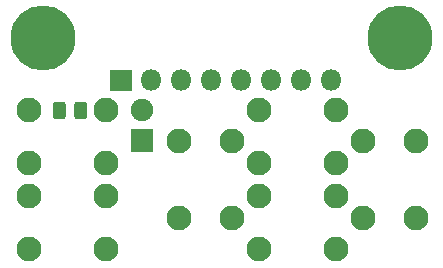
<source format=gbr>
G04 #@! TF.GenerationSoftware,KiCad,Pcbnew,(5.1.7)-1*
G04 #@! TF.CreationDate,2023-01-25T18:29:27-07:00*
G04 #@! TF.ProjectId,Buttons,42757474-6f6e-4732-9e6b-696361645f70,rev?*
G04 #@! TF.SameCoordinates,PX7b89fa0PY567a2f0*
G04 #@! TF.FileFunction,Soldermask,Top*
G04 #@! TF.FilePolarity,Negative*
%FSLAX46Y46*%
G04 Gerber Fmt 4.6, Leading zero omitted, Abs format (unit mm)*
G04 Created by KiCad (PCBNEW (5.1.7)-1) date 2023-01-25 18:29:27*
%MOMM*%
%LPD*%
G01*
G04 APERTURE LIST*
%ADD10O,1.802000X1.802000*%
%ADD11C,5.502000*%
%ADD12C,2.102000*%
%ADD13C,1.902000*%
G04 APERTURE END LIST*
D10*
X28448000Y16510000D03*
X25908000Y16510000D03*
X23368000Y16510000D03*
X20828000Y16510000D03*
X18288000Y16510000D03*
X15748000Y16510000D03*
X13208000Y16510000D03*
G36*
G01*
X11518000Y15609000D02*
X9818000Y15609000D01*
G75*
G02*
X9767000Y15660000I0J51000D01*
G01*
X9767000Y17360000D01*
G75*
G02*
X9818000Y17411000I51000J0D01*
G01*
X11518000Y17411000D01*
G75*
G02*
X11569000Y17360000I0J-51000D01*
G01*
X11569000Y15660000D01*
G75*
G02*
X11518000Y15609000I-51000J0D01*
G01*
G37*
D11*
X34290000Y20066000D03*
X4064000Y20066000D03*
D12*
X9398000Y14025000D03*
X9398000Y9525000D03*
X2898000Y14025000D03*
X2898000Y9525000D03*
X9398000Y6722500D03*
X9398000Y2222500D03*
X2898000Y6722500D03*
X2898000Y2222500D03*
X22329000Y9525000D03*
X22329000Y14025000D03*
X28829000Y9525000D03*
X28829000Y14025000D03*
X15566000Y11366500D03*
X20066000Y11366500D03*
X15566000Y4866500D03*
X20066000Y4866500D03*
X22352000Y2231000D03*
X22352000Y6731000D03*
X28852000Y2231000D03*
X28852000Y6731000D03*
X31115000Y11389500D03*
X35615000Y11389500D03*
X31115000Y4889500D03*
X35615000Y4889500D03*
G36*
G01*
X13346000Y10479000D02*
X11546000Y10479000D01*
G75*
G02*
X11495000Y10530000I0J51000D01*
G01*
X11495000Y12330000D01*
G75*
G02*
X11546000Y12381000I51000J0D01*
G01*
X13346000Y12381000D01*
G75*
G02*
X13397000Y12330000I0J-51000D01*
G01*
X13397000Y10530000D01*
G75*
G02*
X13346000Y10479000I-51000J0D01*
G01*
G37*
D13*
X12446000Y13970000D03*
G36*
G01*
X4874000Y13493875D02*
X4874000Y14446125D01*
G75*
G02*
X5148875Y14721000I274875J0D01*
G01*
X5726125Y14721000D01*
G75*
G02*
X6001000Y14446125I0J-274875D01*
G01*
X6001000Y13493875D01*
G75*
G02*
X5726125Y13219000I-274875J0D01*
G01*
X5148875Y13219000D01*
G75*
G02*
X4874000Y13493875I0J274875D01*
G01*
G37*
G36*
G01*
X6699000Y13493875D02*
X6699000Y14446125D01*
G75*
G02*
X6973875Y14721000I274875J0D01*
G01*
X7551125Y14721000D01*
G75*
G02*
X7826000Y14446125I0J-274875D01*
G01*
X7826000Y13493875D01*
G75*
G02*
X7551125Y13219000I-274875J0D01*
G01*
X6973875Y13219000D01*
G75*
G02*
X6699000Y13493875I0J274875D01*
G01*
G37*
M02*

</source>
